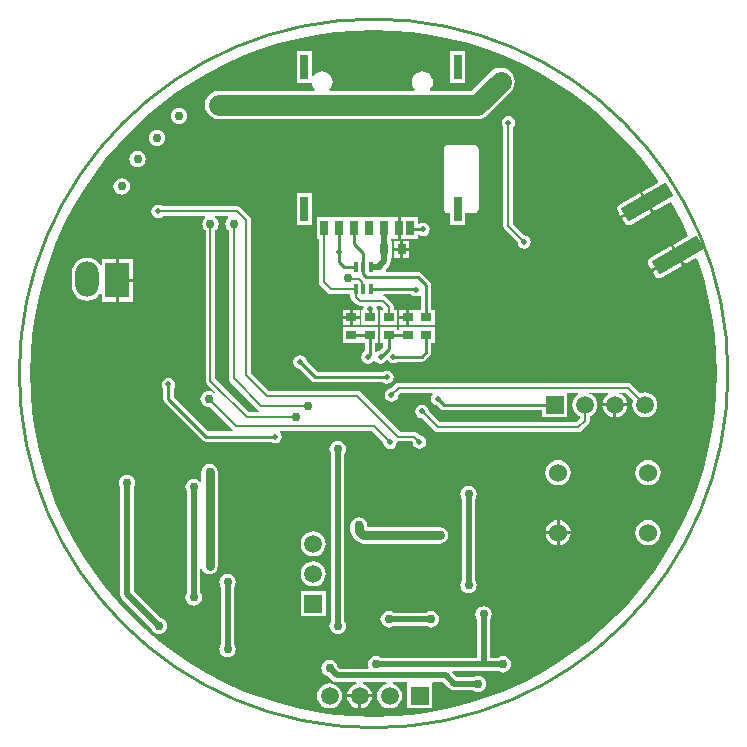
<source format=gbl>
%FSLAX25Y25*%
%MOIN*%
G70*
G01*
G75*
G04 Layer_Physical_Order=2*
G04 Layer_Color=16711680*
%ADD10C,0.02500*%
%ADD11R,0.11811X0.08661*%
%ADD12R,0.03347X0.02756*%
%ADD13R,0.02756X0.03347*%
%ADD14O,0.03543X0.01969*%
%ADD15O,0.03543X0.01969*%
%ADD16R,0.03543X0.01969*%
%ADD17R,0.01969X0.03150*%
%ADD18R,0.02362X0.03937*%
%ADD19O,0.02500X0.05500*%
%ADD20R,0.02500X0.05500*%
%ADD21R,0.03150X0.01969*%
%ADD22R,0.08661X0.11811*%
%ADD23O,0.05500X0.02500*%
%ADD24R,0.05500X0.02500*%
%ADD25R,0.02165X0.01181*%
%ADD26R,0.03150X0.01181*%
%ADD27R,0.01181X0.02165*%
%ADD28R,0.01181X0.03150*%
%ADD29R,0.03937X0.02362*%
%ADD30O,0.02362X0.07087*%
%ADD31O,0.07087X0.02362*%
%ADD32R,0.07000X0.03150*%
%ADD33R,0.07874X0.06000*%
%ADD34R,0.03937X0.03150*%
G04:AMPARAMS|DCode=35|XSize=35.43mil|YSize=157.48mil|CornerRadius=1.77mil|HoleSize=0mil|Usage=FLASHONLY|Rotation=300.000|XOffset=0mil|YOffset=0mil|HoleType=Round|Shape=RoundedRectangle|*
%AMROUNDEDRECTD35*
21,1,0.03543,0.15394,0,0,300.0*
21,1,0.03189,0.15748,0,0,300.0*
1,1,0.00354,-0.05868,-0.05229*
1,1,0.00354,-0.07463,-0.02468*
1,1,0.00354,0.05868,0.05229*
1,1,0.00354,0.07463,0.02468*
%
%ADD35ROUNDEDRECTD35*%
%ADD36C,0.02000*%
%ADD37C,0.07000*%
%ADD38C,0.00800*%
%ADD39C,0.01000*%
%ADD40C,0.04000*%
%ADD41C,0.05000*%
%ADD42C,0.03000*%
%ADD43R,0.07874X0.11811*%
%ADD44O,0.07874X0.11811*%
%ADD45R,0.05906X0.05906*%
%ADD46C,0.05906*%
%ADD47R,0.05906X0.05906*%
%ADD48C,0.06000*%
G04:AMPARAMS|DCode=49|XSize=51.18mil|YSize=173.23mil|CornerRadius=2.56mil|HoleSize=0mil|Usage=FLASHONLY|Rotation=300.000|XOffset=0mil|YOffset=0mil|HoleType=Round|Shape=RoundedRectangle|*
%AMROUNDEDRECTD49*
21,1,0.05118,0.16811,0,0,300.0*
21,1,0.04606,0.17323,0,0,300.0*
1,1,0.00512,-0.06128,-0.06197*
1,1,0.00512,-0.08431,-0.02208*
1,1,0.00512,0.06128,0.06197*
1,1,0.00512,0.08431,0.02208*
%
%ADD49ROUNDEDRECTD49*%
%ADD50C,0.03000*%
%ADD51C,0.02000*%
%ADD52C,0.05000*%
%ADD53R,0.01575X0.03347*%
%ADD54R,0.02756X0.08268*%
%ADD55R,0.02559X0.04843*%
G36*
X445416Y382757D02*
X451813Y382217D01*
X458169Y381320D01*
X464465Y380068D01*
X470680Y378464D01*
X476796Y376515D01*
X482793Y374226D01*
X488652Y371604D01*
X494355Y368658D01*
X499884Y365396D01*
X505221Y361830D01*
X510350Y357970D01*
X515254Y353829D01*
X519919Y349419D01*
X524329Y344755D01*
X528470Y339850D01*
X532330Y334721D01*
X533805Y332514D01*
X533692Y332027D01*
X528603Y329089D01*
X530496Y325809D01*
D01*
X532391Y322528D01*
X538022Y325780D01*
X539158Y323855D01*
X542104Y318152D01*
X543849Y314252D01*
X538839Y311359D01*
X540483Y308512D01*
X545142Y311202D01*
X545503Y310256D01*
X540983Y307646D01*
X542627Y304799D01*
X546357Y306952D01*
X546828Y306785D01*
X547015Y306296D01*
X548964Y300180D01*
X550568Y293965D01*
X551820Y287669D01*
X552717Y281313D01*
X553257Y274917D01*
X553437Y268500D01*
X553257Y262084D01*
X552717Y255687D01*
X551820Y249331D01*
X550568Y243035D01*
X548964Y236820D01*
X547015Y230704D01*
X544726Y224707D01*
X542104Y218848D01*
X539158Y213145D01*
X535896Y207616D01*
X532330Y202279D01*
X528470Y197150D01*
X524329Y192245D01*
X519919Y187581D01*
X515254Y183171D01*
X510350Y179030D01*
X505221Y175170D01*
X499884Y171604D01*
X494355Y168342D01*
X488652Y165396D01*
X482793Y162774D01*
X476796Y160485D01*
X470680Y158536D01*
X464465Y156932D01*
X458169Y155680D01*
X451813Y154783D01*
X445416Y154243D01*
X439000Y154063D01*
X432584Y154243D01*
X426187Y154783D01*
X419831Y155680D01*
X413535Y156932D01*
X407320Y158536D01*
X401204Y160485D01*
X395207Y162774D01*
X389348Y165396D01*
X383645Y168342D01*
X378116Y171604D01*
X372779Y175170D01*
X367650Y179030D01*
X362745Y183171D01*
X358081Y187581D01*
X353671Y192245D01*
X349530Y197150D01*
X345670Y202279D01*
X342104Y207616D01*
X338842Y213145D01*
X335896Y218848D01*
X333274Y224707D01*
X330985Y230704D01*
X329036Y236820D01*
X327432Y243035D01*
X326180Y249331D01*
X325283Y255687D01*
X324743Y262084D01*
X324563Y268500D01*
X324743Y274917D01*
X325283Y281313D01*
X326180Y287669D01*
X327432Y293965D01*
X329036Y300180D01*
X330985Y306296D01*
X333274Y312293D01*
X335896Y318152D01*
X338842Y323855D01*
X342104Y329384D01*
X345670Y334721D01*
X349530Y339850D01*
X353671Y344755D01*
X358081Y349419D01*
X362745Y353829D01*
X367650Y357970D01*
X372779Y361830D01*
X378116Y365396D01*
X383645Y368658D01*
X389348Y371604D01*
X395207Y374226D01*
X401204Y376515D01*
X407320Y378464D01*
X413535Y380068D01*
X419831Y381320D01*
X426187Y382217D01*
X432584Y382757D01*
X439000Y382937D01*
X445416Y382757D01*
D02*
G37*
%LPC*%
G36*
X501000Y219570D02*
Y215900D01*
X504670D01*
X504592Y216496D01*
X504169Y217518D01*
X503496Y218395D01*
X502618Y219069D01*
X501596Y219492D01*
X501000Y219570D01*
D02*
G37*
G36*
X500500Y239636D02*
X499404Y239492D01*
X498382Y239069D01*
X497505Y238396D01*
X496831Y237518D01*
X496408Y236496D01*
X496264Y235400D01*
X496408Y234304D01*
X496831Y233282D01*
X497505Y232404D01*
X498382Y231731D01*
X499404Y231308D01*
X500500Y231164D01*
X501596Y231308D01*
X502618Y231731D01*
X503496Y232404D01*
X504169Y233282D01*
X504592Y234304D01*
X504736Y235400D01*
X504592Y236496D01*
X504169Y237518D01*
X503496Y238396D01*
X502618Y239069D01*
X501596Y239492D01*
X500500Y239636D01*
D02*
G37*
G36*
X530500D02*
X529404Y239492D01*
X528382Y239069D01*
X527505Y238396D01*
X526831Y237518D01*
X526408Y236496D01*
X526264Y235400D01*
X526408Y234304D01*
X526831Y233282D01*
X527505Y232404D01*
X528382Y231731D01*
X529404Y231308D01*
X530500Y231164D01*
X531597Y231308D01*
X532618Y231731D01*
X533496Y232404D01*
X534169Y233282D01*
X534592Y234304D01*
X534736Y235400D01*
X534592Y236496D01*
X534169Y237518D01*
X533496Y238396D01*
X532618Y239069D01*
X531597Y239492D01*
X530500Y239636D01*
D02*
G37*
G36*
X504670Y214900D02*
X501000D01*
Y211230D01*
X501596Y211308D01*
X502618Y211731D01*
X503496Y212404D01*
X504169Y213282D01*
X504592Y214304D01*
X504670Y214900D01*
D02*
G37*
G36*
X434000Y220523D02*
X433295Y220430D01*
X432638Y220158D01*
X432074Y219726D01*
X431642Y219162D01*
X431369Y218505D01*
X431277Y217800D01*
X431290Y217700D01*
X431277Y217600D01*
Y215900D01*
X431369Y215195D01*
X431369Y215195D01*
X431369Y215195D01*
X431642Y214538D01*
X432074Y213974D01*
X433489Y212560D01*
X434053Y212127D01*
X434709Y211855D01*
X435414Y211763D01*
X461114D01*
X461819Y211855D01*
X462476Y212127D01*
X463040Y212560D01*
X463473Y213124D01*
X463745Y213781D01*
X463837Y214486D01*
X463745Y215191D01*
X463473Y215847D01*
X463040Y216411D01*
X462476Y216844D01*
X461819Y217116D01*
X461114Y217209D01*
X436723D01*
Y217600D01*
X436710Y217700D01*
X436723Y217800D01*
X436630Y218505D01*
X436358Y219162D01*
X435926Y219726D01*
X435362Y220158D01*
X434705Y220430D01*
X434000Y220523D01*
D02*
G37*
G36*
X500000Y219570D02*
X499404Y219492D01*
X498382Y219069D01*
X497505Y218395D01*
X496831Y217518D01*
X496408Y216496D01*
X496330Y215900D01*
X500000D01*
Y219570D01*
D02*
G37*
G36*
X384300Y238323D02*
X383595Y238230D01*
X382938Y237958D01*
X382374Y237526D01*
X381942Y236962D01*
X381669Y236305D01*
X381577Y235600D01*
Y232455D01*
X381103Y232294D01*
X380926Y232526D01*
X380362Y232958D01*
X379705Y233230D01*
X379000Y233323D01*
X378295Y233230D01*
X377638Y232958D01*
X377074Y232526D01*
X376642Y231962D01*
X376370Y231305D01*
X376277Y230600D01*
X376370Y229895D01*
X376642Y229238D01*
X376757Y229088D01*
Y195312D01*
X376642Y195162D01*
X376370Y194505D01*
X376277Y193800D01*
X376370Y193095D01*
X376642Y192438D01*
X377074Y191874D01*
X377638Y191442D01*
X378295Y191170D01*
X379000Y191077D01*
X379705Y191170D01*
X380362Y191442D01*
X380926Y191874D01*
X381358Y192438D01*
X381630Y193095D01*
X381723Y193800D01*
X381630Y194505D01*
X381358Y195162D01*
X381243Y195312D01*
Y203243D01*
X381733Y203341D01*
X381942Y202838D01*
X382374Y202274D01*
X382938Y201842D01*
X383595Y201570D01*
X384300Y201477D01*
X385005Y201570D01*
X385662Y201842D01*
X386226Y202274D01*
X386658Y202838D01*
X386930Y203495D01*
X387023Y204200D01*
Y235600D01*
X386930Y236305D01*
X386658Y236962D01*
X386226Y237526D01*
X385662Y237958D01*
X385005Y238230D01*
X384300Y238323D01*
D02*
G37*
G36*
X367200Y324743D02*
X366342Y324572D01*
X365614Y324086D01*
X365128Y323358D01*
X364957Y322500D01*
X365128Y321642D01*
X365614Y320914D01*
X366342Y320428D01*
X367200Y320257D01*
X368058Y320428D01*
X368718Y320869D01*
X382734D01*
X382895Y320395D01*
X382674Y320226D01*
X382242Y319662D01*
X381969Y319005D01*
X381877Y318300D01*
X381969Y317595D01*
X382242Y316938D01*
X382674Y316374D01*
X382969Y316148D01*
Y266100D01*
X382969Y266100D01*
X382969D01*
X383093Y265476D01*
X383447Y264947D01*
X385980Y262413D01*
X385651Y262037D01*
X385362Y262258D01*
X384705Y262530D01*
X384000Y262623D01*
X383295Y262530D01*
X382638Y262258D01*
X382074Y261826D01*
X381642Y261262D01*
X381369Y260605D01*
X381277Y259900D01*
X381369Y259195D01*
X381642Y258538D01*
X382074Y257974D01*
X382638Y257542D01*
X383295Y257270D01*
X384000Y257177D01*
X384368Y257225D01*
X391947Y249646D01*
X391998Y249612D01*
X391853Y249133D01*
X383918D01*
X372353Y260698D01*
Y263454D01*
X372692Y263961D01*
X372863Y264820D01*
X372692Y265678D01*
X372206Y266406D01*
X371478Y266892D01*
X370620Y267063D01*
X369761Y266892D01*
X369034Y266406D01*
X368547Y265678D01*
X368377Y264820D01*
X368547Y263961D01*
X368886Y263454D01*
Y259980D01*
X369018Y259317D01*
X369394Y258755D01*
X369394Y258755D01*
X369394Y258755D01*
Y258755D01*
X381974Y246174D01*
X381974Y246174D01*
X382350Y245923D01*
X382537Y245799D01*
X383200Y245667D01*
X383200Y245667D01*
X404834D01*
X405342Y245328D01*
X406200Y245157D01*
X407058Y245328D01*
X407786Y245814D01*
X408272Y246542D01*
X408443Y247400D01*
X408272Y248258D01*
X407786Y248986D01*
X407841Y249169D01*
X438524D01*
X442273Y245420D01*
X442428Y244642D01*
X442914Y243914D01*
X443642Y243428D01*
X444500Y243257D01*
X445358Y243428D01*
X446086Y243914D01*
X446572Y244642D01*
X446743Y245500D01*
X447064Y245821D01*
X447168Y245800D01*
X451738D01*
X452040Y245498D01*
X452195Y244720D01*
X452681Y243992D01*
X453408Y243506D01*
X454267Y243335D01*
X455125Y243506D01*
X455853Y243992D01*
X456339Y244720D01*
X456510Y245578D01*
X456339Y246436D01*
X455853Y247164D01*
X455125Y247650D01*
X454347Y247805D01*
X453567Y248585D01*
X453038Y248939D01*
X452413Y249063D01*
X447844D01*
X434654Y262253D01*
X434124Y262607D01*
X433500Y262731D01*
X404176D01*
X398131Y268776D01*
Y319600D01*
X398007Y320224D01*
X397654Y320754D01*
X394754Y323654D01*
X394224Y324007D01*
X393600Y324131D01*
X368718D01*
X368058Y324572D01*
X367200Y324743D01*
D02*
G37*
G36*
X414500Y274543D02*
X413642Y274372D01*
X412914Y273886D01*
X412428Y273158D01*
X412257Y272300D01*
X412428Y271442D01*
X412914Y270714D01*
X413642Y270228D01*
X414240Y270109D01*
X418374Y265974D01*
X418374Y265974D01*
X418374D01*
X418374Y265974D01*
X418374D01*
X418374Y265974D01*
Y265974D01*
Y265974D01*
D01*
D01*
X418374D01*
Y265974D01*
X418937Y265599D01*
X419600Y265467D01*
X442034D01*
X442542Y265128D01*
X443400Y264957D01*
X444258Y265128D01*
X444986Y265614D01*
X445472Y266342D01*
X445643Y267200D01*
X445472Y268058D01*
X444986Y268786D01*
X444258Y269272D01*
X443400Y269443D01*
X442542Y269272D01*
X442034Y268933D01*
X420318D01*
X416691Y272560D01*
X416572Y273158D01*
X416086Y273886D01*
X415358Y274372D01*
X414500Y274543D01*
D02*
G37*
G36*
X453173Y283878D02*
Y283878D01*
X447427D01*
Y283028D01*
X446873D01*
Y283872D01*
X441127D01*
Y278716D01*
X442267D01*
Y277318D01*
X441040Y276091D01*
X440442Y275972D01*
X439924Y275627D01*
X439483Y275862D01*
Y278716D01*
X440623D01*
Y283872D01*
X434877D01*
Y283028D01*
X434373D01*
Y283872D01*
X428627D01*
Y278716D01*
X434373D01*
Y279561D01*
X434877D01*
Y278716D01*
X436017D01*
Y275822D01*
X435514Y275486D01*
X435028Y274758D01*
X434857Y273900D01*
X435028Y273042D01*
X435514Y272314D01*
X436242Y271828D01*
X437100Y271657D01*
X437958Y271828D01*
X438686Y272314D01*
X438950Y272709D01*
X439450D01*
X439714Y272314D01*
X440442Y271828D01*
X441300Y271657D01*
X442158Y271828D01*
X442886Y272314D01*
X443271Y272890D01*
X443771D01*
X444019Y272519D01*
X444747Y272033D01*
X445605Y271862D01*
X446464Y272033D01*
X446971Y272372D01*
X455005D01*
X455669Y272504D01*
X456231Y272880D01*
X456231Y272880D01*
X456231Y272880D01*
X457726Y274374D01*
X457726Y274374D01*
X457726Y274374D01*
X458101Y274937D01*
X458233Y275600D01*
Y278716D01*
X459373D01*
Y283872D01*
X453627D01*
Y283872D01*
X453179D01*
X453173Y283878D01*
D02*
G37*
G36*
X523700Y265331D02*
X447300D01*
X446676Y265207D01*
X446146Y264854D01*
X444820Y263527D01*
X444042Y263372D01*
X443314Y262886D01*
X442828Y262158D01*
X442657Y261300D01*
X442828Y260442D01*
X443314Y259714D01*
X444042Y259228D01*
X444900Y259057D01*
X445758Y259228D01*
X446486Y259714D01*
X446972Y260442D01*
X447127Y261220D01*
X447976Y262069D01*
X458575D01*
X458720Y261590D01*
X458714Y261586D01*
X458228Y260858D01*
X458057Y260000D01*
X458228Y259142D01*
X458714Y258414D01*
X459442Y257928D01*
X460040Y257809D01*
X461074Y256774D01*
X461637Y256399D01*
X462300Y256267D01*
X495247D01*
Y253847D01*
X503553D01*
Y262069D01*
X507103D01*
X507264Y261595D01*
X506438Y260962D01*
X505773Y260094D01*
X505354Y259084D01*
X505211Y258000D01*
X505354Y256916D01*
X505773Y255906D01*
X506438Y255038D01*
X507306Y254373D01*
X507769Y254181D01*
Y253376D01*
X506524Y252131D01*
X461076D01*
X457327Y255880D01*
X457172Y256658D01*
X456686Y257386D01*
X455958Y257872D01*
X455100Y258043D01*
X454242Y257872D01*
X453514Y257386D01*
X453028Y256658D01*
X452857Y255800D01*
X453028Y254942D01*
X453514Y254214D01*
X454242Y253728D01*
X455020Y253573D01*
X459246Y249346D01*
X459246D01*
X459246Y249346D01*
X459246Y249346D01*
Y249346D01*
X459776Y248993D01*
X460400Y248869D01*
X507200D01*
X507824Y248993D01*
X508354Y249346D01*
X510554Y251547D01*
X510907Y252076D01*
X511031Y252700D01*
Y254181D01*
X511494Y254373D01*
X512362Y255038D01*
X513027Y255906D01*
X513446Y256916D01*
X513589Y258000D01*
X513446Y259084D01*
X513027Y260094D01*
X512362Y260962D01*
X511494Y261627D01*
X510484Y262046D01*
Y262046D01*
X510486Y262069D01*
X517103D01*
X517264Y261595D01*
X516438Y260962D01*
X515773Y260094D01*
X515354Y259084D01*
X515277Y258500D01*
X523523D01*
X523446Y259084D01*
X523027Y260094D01*
X522362Y260962D01*
X521494Y261627D01*
X520484Y262046D01*
Y262046D01*
X520486Y262069D01*
X523024D01*
X525546Y259547D01*
X525354Y259084D01*
X525211Y258000D01*
X525354Y256916D01*
X525773Y255906D01*
X526438Y255038D01*
X527306Y254373D01*
X528316Y253954D01*
X529400Y253811D01*
X530484Y253954D01*
X531494Y254373D01*
X532362Y255038D01*
X533027Y255906D01*
X533446Y256916D01*
X533589Y258000D01*
X533446Y259084D01*
X533027Y260094D01*
X532362Y260962D01*
X531494Y261627D01*
X530484Y262046D01*
X529400Y262189D01*
X528316Y262046D01*
X527853Y261854D01*
X524854Y264854D01*
X524324Y265207D01*
X523700Y265331D01*
D02*
G37*
G36*
X518900Y257500D02*
X515277D01*
X515354Y256916D01*
X515773Y255906D01*
X516438Y255038D01*
X517306Y254373D01*
X518316Y253954D01*
X518900Y253877D01*
Y257500D01*
D02*
G37*
G36*
X523523D02*
X519900D01*
Y253877D01*
X520484Y253954D01*
X521494Y254373D01*
X522362Y255038D01*
X523027Y255906D01*
X523446Y256916D01*
X523523Y257500D01*
D02*
G37*
G36*
X500000Y214900D02*
X496330D01*
X496408Y214304D01*
X496831Y213282D01*
X497505Y212404D01*
X498382Y211731D01*
X499404Y211308D01*
X500000Y211230D01*
Y214900D01*
D02*
G37*
G36*
X475645Y190878D02*
X474940Y190786D01*
X474283Y190514D01*
X473719Y190081D01*
X473286Y189517D01*
X473014Y188860D01*
X472922Y188155D01*
X473014Y187450D01*
X473286Y186793D01*
X473402Y186643D01*
Y173749D01*
X441418D01*
X441267Y173864D01*
X440610Y174136D01*
X439906Y174229D01*
X439201Y174136D01*
X438544Y173864D01*
X437980Y173431D01*
X437547Y172867D01*
X437275Y172210D01*
X437182Y171505D01*
X437275Y170801D01*
X437417Y170459D01*
X437139Y170043D01*
X427629D01*
X426955Y170717D01*
X426931Y170905D01*
X426658Y171562D01*
X426226Y172126D01*
X425662Y172558D01*
X425005Y172830D01*
X424300Y172923D01*
X423595Y172830D01*
X422938Y172558D01*
X422374Y172126D01*
X421942Y171562D01*
X421669Y170905D01*
X421577Y170200D01*
X421669Y169495D01*
X421942Y168838D01*
X422374Y168274D01*
X422938Y167842D01*
X423595Y167569D01*
X423783Y167545D01*
X425114Y166214D01*
X425842Y165728D01*
X426700Y165557D01*
X433275D01*
X433308Y165058D01*
X433216Y165046D01*
X432206Y164627D01*
X431338Y163962D01*
X430673Y163094D01*
X430254Y162084D01*
X430177Y161500D01*
X438423D01*
X438346Y162084D01*
X437927Y163094D01*
X437262Y163962D01*
X436394Y164627D01*
X435384Y165046D01*
X435292Y165058D01*
X435325Y165557D01*
X443275D01*
X443308Y165058D01*
X443216Y165046D01*
X442206Y164627D01*
X441338Y163962D01*
X440673Y163094D01*
X440254Y162084D01*
X440111Y161000D01*
X440254Y159916D01*
X440673Y158906D01*
X441338Y158038D01*
X442206Y157373D01*
X443216Y156954D01*
X444300Y156811D01*
X445384Y156954D01*
X446394Y157373D01*
X447262Y158038D01*
X447927Y158906D01*
X448346Y159916D01*
X448489Y161000D01*
X448346Y162084D01*
X447927Y163094D01*
X447262Y163962D01*
X446394Y164627D01*
X445384Y165046D01*
X445292Y165058D01*
X445325Y165557D01*
X450147D01*
Y165153D01*
X450147D01*
Y156847D01*
X458453D01*
Y165153D01*
X458453D01*
Y165203D01*
X458806Y165557D01*
X462171D01*
X464267Y163461D01*
X464267Y163461D01*
X464267D01*
X464267Y163461D01*
X464267D01*
X464267Y163461D01*
Y163461D01*
Y163461D01*
D01*
D01*
X464267D01*
Y163461D01*
X464994Y162975D01*
X465853Y162804D01*
X472241D01*
X472391Y162689D01*
X473048Y162417D01*
X473753Y162324D01*
X474458Y162417D01*
X475114Y162689D01*
X475678Y163122D01*
X476111Y163686D01*
X476383Y164342D01*
X476476Y165047D01*
X476383Y165752D01*
X476111Y166409D01*
X475678Y166973D01*
X475114Y167406D01*
X474458Y167678D01*
X473753Y167771D01*
X473048Y167678D01*
X472391Y167406D01*
X472241Y167290D01*
X466782D01*
X465272Y168800D01*
X465463Y169262D01*
X480583D01*
X480733Y169147D01*
X481390Y168875D01*
X482094Y168782D01*
X482799Y168875D01*
X483456Y169147D01*
X484020Y169580D01*
X484453Y170144D01*
X484725Y170801D01*
X484818Y171505D01*
X484725Y172210D01*
X484453Y172867D01*
X484020Y173431D01*
X483456Y173864D01*
X482799Y174136D01*
X482094Y174229D01*
X481390Y174136D01*
X480733Y173864D01*
X480583Y173749D01*
X477888D01*
Y186643D01*
X478003Y186793D01*
X478275Y187450D01*
X478368Y188155D01*
X478275Y188860D01*
X478003Y189517D01*
X477570Y190081D01*
X477006Y190514D01*
X476350Y190786D01*
X475645Y190878D01*
D02*
G37*
G36*
X390300Y201623D02*
X389595Y201531D01*
X388938Y201258D01*
X388374Y200826D01*
X387942Y200262D01*
X387669Y199605D01*
X387577Y198900D01*
X387669Y198195D01*
X387942Y197538D01*
X388057Y197388D01*
Y178112D01*
X387942Y177962D01*
X387669Y177305D01*
X387577Y176600D01*
X387669Y175895D01*
X387942Y175238D01*
X388374Y174674D01*
X388938Y174242D01*
X389595Y173969D01*
X390300Y173877D01*
X391005Y173969D01*
X391662Y174242D01*
X392226Y174674D01*
X392658Y175238D01*
X392931Y175895D01*
X393023Y176600D01*
X392931Y177305D01*
X392658Y177962D01*
X392543Y178112D01*
Y197388D01*
X392658Y197538D01*
X392931Y198195D01*
X393023Y198900D01*
X392931Y199605D01*
X392658Y200262D01*
X392226Y200826D01*
X391662Y201258D01*
X391005Y201531D01*
X390300Y201623D01*
D02*
G37*
G36*
X356857Y234766D02*
X356153Y234673D01*
X355496Y234401D01*
X354932Y233968D01*
X354499Y233404D01*
X354227Y232747D01*
X354134Y232043D01*
X354227Y231338D01*
X354499Y230681D01*
X354614Y230531D01*
Y194942D01*
X354785Y194084D01*
X355271Y193356D01*
X355271Y193356D01*
X355271Y193356D01*
X364845Y183783D01*
X364869Y183595D01*
X365142Y182938D01*
X365574Y182374D01*
X366138Y181942D01*
X366795Y181669D01*
X367500Y181577D01*
X368205Y181669D01*
X368862Y181942D01*
X369426Y182374D01*
X369858Y182938D01*
X370130Y183595D01*
X370223Y184300D01*
X370130Y185005D01*
X369858Y185662D01*
X369426Y186226D01*
X368862Y186658D01*
X368205Y186931D01*
X368017Y186955D01*
X359101Y195872D01*
Y230531D01*
X359216Y230681D01*
X359488Y231338D01*
X359581Y232043D01*
X359488Y232747D01*
X359216Y233404D01*
X358783Y233968D01*
X358219Y234401D01*
X357562Y234673D01*
X356857Y234766D01*
D02*
G37*
G36*
X424300Y165189D02*
X423216Y165046D01*
X422206Y164627D01*
X421338Y163962D01*
X420673Y163094D01*
X420254Y162084D01*
X420111Y161000D01*
X420254Y159916D01*
X420673Y158906D01*
X421338Y158038D01*
X422206Y157373D01*
X423216Y156954D01*
X424300Y156811D01*
X425384Y156954D01*
X426394Y157373D01*
X427262Y158038D01*
X427927Y158906D01*
X428346Y159916D01*
X428489Y161000D01*
X428346Y162084D01*
X427927Y163094D01*
X427262Y163962D01*
X426394Y164627D01*
X425384Y165046D01*
X424300Y165189D01*
D02*
G37*
G36*
X433800Y160500D02*
X430177D01*
X430254Y159916D01*
X430673Y158906D01*
X431338Y158038D01*
X432206Y157373D01*
X433216Y156954D01*
X433800Y156877D01*
Y160500D01*
D02*
G37*
G36*
X438423D02*
X434800D01*
Y156877D01*
X435384Y156954D01*
X436394Y157373D01*
X437262Y158038D01*
X437927Y158906D01*
X438346Y159916D01*
X438423Y160500D01*
D02*
G37*
G36*
X427000Y246023D02*
X426295Y245931D01*
X425638Y245658D01*
X425074Y245226D01*
X424642Y244662D01*
X424369Y244005D01*
X424277Y243300D01*
X424369Y242595D01*
X424642Y241938D01*
X424757Y241788D01*
Y185812D01*
X424642Y185662D01*
X424369Y185005D01*
X424277Y184300D01*
X424369Y183595D01*
X424642Y182938D01*
X425074Y182374D01*
X425638Y181942D01*
X426295Y181669D01*
X427000Y181577D01*
X427705Y181669D01*
X428362Y181942D01*
X428926Y182374D01*
X429358Y182938D01*
X429631Y183595D01*
X429723Y184300D01*
X429631Y185005D01*
X429358Y185662D01*
X429243Y185812D01*
Y241788D01*
X429358Y241938D01*
X429631Y242595D01*
X429723Y243300D01*
X429631Y244005D01*
X429358Y244662D01*
X428926Y245226D01*
X428362Y245658D01*
X427705Y245931D01*
X427000Y246023D01*
D02*
G37*
G36*
X418900Y205889D02*
X417816Y205746D01*
X416806Y205327D01*
X415938Y204662D01*
X415273Y203794D01*
X414854Y202784D01*
X414711Y201700D01*
X414854Y200616D01*
X415273Y199606D01*
X415938Y198738D01*
X416806Y198073D01*
X417816Y197654D01*
X418900Y197511D01*
X419984Y197654D01*
X420994Y198073D01*
X421862Y198738D01*
X422527Y199606D01*
X422946Y200616D01*
X423089Y201700D01*
X422946Y202784D01*
X422527Y203794D01*
X421862Y204662D01*
X420994Y205327D01*
X419984Y205746D01*
X418900Y205889D01*
D02*
G37*
G36*
Y215889D02*
X417816Y215746D01*
X416806Y215327D01*
X415938Y214662D01*
X415273Y213794D01*
X414854Y212784D01*
X414711Y211700D01*
X414854Y210616D01*
X415273Y209606D01*
X415938Y208738D01*
X416806Y208073D01*
X417816Y207654D01*
X418900Y207511D01*
X419984Y207654D01*
X420994Y208073D01*
X421862Y208738D01*
X422527Y209606D01*
X422946Y210616D01*
X423089Y211700D01*
X422946Y212784D01*
X422527Y213794D01*
X421862Y214662D01*
X420994Y215327D01*
X419984Y215746D01*
X418900Y215889D01*
D02*
G37*
G36*
X530500Y219636D02*
X529404Y219492D01*
X528382Y219069D01*
X527505Y218395D01*
X526831Y217518D01*
X526408Y216496D01*
X526264Y215400D01*
X526408Y214304D01*
X526831Y213282D01*
X527505Y212404D01*
X528382Y211731D01*
X529404Y211308D01*
X530500Y211164D01*
X531597Y211308D01*
X532618Y211731D01*
X533496Y212404D01*
X534169Y213282D01*
X534592Y214304D01*
X534736Y215400D01*
X534592Y216496D01*
X534169Y217518D01*
X533496Y218395D01*
X532618Y219069D01*
X531597Y219492D01*
X530500Y219636D01*
D02*
G37*
G36*
X423053Y195853D02*
X414747D01*
Y187547D01*
X423053D01*
Y195853D01*
D02*
G37*
G36*
X458000Y189223D02*
X457295Y189130D01*
X456638Y188858D01*
X456488Y188743D01*
X445512D01*
X445362Y188858D01*
X444705Y189130D01*
X444000Y189223D01*
X443295Y189130D01*
X442638Y188858D01*
X442074Y188426D01*
X441642Y187862D01*
X441369Y187205D01*
X441277Y186500D01*
X441369Y185795D01*
X441642Y185138D01*
X442074Y184574D01*
X442638Y184142D01*
X443295Y183870D01*
X444000Y183777D01*
X444705Y183870D01*
X445362Y184142D01*
X445512Y184257D01*
X456488D01*
X456638Y184142D01*
X457295Y183870D01*
X458000Y183777D01*
X458705Y183870D01*
X459362Y184142D01*
X459926Y184574D01*
X460358Y185138D01*
X460631Y185795D01*
X460723Y186500D01*
X460631Y187205D01*
X460358Y187862D01*
X459926Y188426D01*
X459362Y188858D01*
X458705Y189130D01*
X458000Y189223D01*
D02*
G37*
G36*
X470645Y230978D02*
X469940Y230886D01*
X469283Y230614D01*
X468719Y230181D01*
X468286Y229617D01*
X468014Y228960D01*
X467921Y228255D01*
X468014Y227550D01*
X468286Y226893D01*
X468402Y226743D01*
Y199557D01*
X468286Y199407D01*
X468014Y198750D01*
X467921Y198045D01*
X468014Y197340D01*
X468286Y196683D01*
X468719Y196119D01*
X469283Y195686D01*
X469940Y195414D01*
X470645Y195322D01*
X471350Y195414D01*
X472007Y195686D01*
X472571Y196119D01*
X473003Y196683D01*
X473275Y197340D01*
X473368Y198045D01*
X473275Y198750D01*
X473003Y199407D01*
X472888Y199557D01*
Y226743D01*
X473003Y226893D01*
X473275Y227550D01*
X473368Y228255D01*
X473275Y228960D01*
X473003Y229617D01*
X472571Y230181D01*
X472007Y230614D01*
X471350Y230886D01*
X470645Y230978D01*
D02*
G37*
G36*
X418463Y328692D02*
X413307D01*
Y318024D01*
X418463D01*
Y328692D01*
D02*
G37*
G36*
X463800Y344778D02*
X463234Y344666D01*
X462755Y344345D01*
X462434Y343866D01*
X462322Y343300D01*
Y323400D01*
X462434Y322834D01*
X462755Y322355D01*
X463234Y322034D01*
X463800Y321922D01*
X464449D01*
Y318024D01*
X469605D01*
Y321922D01*
X472500D01*
X473066Y322034D01*
X473545Y322355D01*
X473866Y322834D01*
X473978Y323400D01*
X473978Y323400D01*
X473978Y323400D01*
Y323400D01*
Y343200D01*
X473866Y343766D01*
X473545Y344245D01*
X473066Y344566D01*
X472500Y344678D01*
X464303D01*
X463800Y344778D01*
D02*
G37*
G36*
X429939Y320621D02*
Y320621D01*
X424980D01*
D01*
D01*
X424980Y320621D01*
X424939D01*
Y320621D01*
X419980D01*
Y313379D01*
X420828D01*
Y298940D01*
X420828Y298940D01*
X420828D01*
X420953Y298316D01*
X421306Y297787D01*
X423688Y295405D01*
X424217Y295051D01*
X424842Y294927D01*
X431053D01*
Y293685D01*
X431476D01*
X431534Y293394D01*
X431887Y292865D01*
X433206Y291547D01*
X433735Y291193D01*
X434359Y291069D01*
X435508D01*
X435728Y290658D01*
X435557Y289800D01*
X435539Y289778D01*
X434877D01*
Y284622D01*
X440623D01*
Y289778D01*
X440061D01*
X440043Y289800D01*
X439872Y290658D01*
X440092Y291069D01*
X441324D01*
X442153Y290240D01*
X441962Y289778D01*
X441127D01*
Y284622D01*
X446873D01*
Y289778D01*
X445631D01*
Y290700D01*
X445507Y291324D01*
X445154Y291853D01*
X443153Y293853D01*
X442624Y294207D01*
X442000Y294331D01*
Y294471D01*
X442354Y294825D01*
X451406D01*
X451414Y294814D01*
X452142Y294328D01*
X453000Y294157D01*
X453858Y294328D01*
X454326Y294640D01*
X454767Y294404D01*
Y289778D01*
X453627D01*
Y289778D01*
X453179D01*
X453173Y289784D01*
Y289784D01*
X450800D01*
Y287205D01*
Y284628D01*
X453173D01*
Y284628D01*
X453621D01*
X453627Y284622D01*
Y284622D01*
X459373D01*
Y289778D01*
X458233D01*
Y297800D01*
X458101Y298463D01*
X457726Y299026D01*
X454926Y301826D01*
X454363Y302201D01*
X453700Y302333D01*
X443296D01*
X443060Y302774D01*
X443172Y302942D01*
X443311Y303639D01*
X444046Y304374D01*
X444532Y305101D01*
X444703Y305960D01*
Y307027D01*
X444972D01*
Y312773D01*
X444703D01*
Y313379D01*
X444939Y313379D01*
Y313379D01*
X444980D01*
X445293Y313379D01*
X445293Y313379D01*
Y313379D01*
X446960D01*
Y316999D01*
Y320621D01*
X445293D01*
X445293Y320621D01*
Y320621D01*
X444980Y320621D01*
X444960D01*
X444939D01*
X444627Y320621D01*
X444627Y320621D01*
Y320621D01*
X440293D01*
X440293Y320621D01*
Y320621D01*
X439980Y320621D01*
X439960D01*
X439939D01*
X439627Y320621D01*
X439627Y320621D01*
Y320621D01*
X435293D01*
X435293Y320621D01*
Y320621D01*
X434980Y320621D01*
X434960D01*
X434939D01*
X434627Y320621D01*
X434627Y320621D01*
Y320621D01*
X429980D01*
D01*
D01*
X429980Y320621D01*
X429939D01*
D02*
G37*
G36*
X529881Y324875D02*
X521749Y320181D01*
X522650Y318619D01*
X523032Y318183D01*
X523552Y317927D01*
X524130Y317889D01*
X524678Y318076D01*
X531525Y322028D01*
X529881Y324875D01*
D02*
G37*
G36*
X447800Y312773D02*
X445722D01*
Y310400D01*
X447800D01*
Y312773D01*
D02*
G37*
G36*
X450878D02*
X448800D01*
Y310400D01*
X450878D01*
Y312773D01*
D02*
G37*
G36*
X453680Y320621D02*
X447960D01*
Y316999D01*
Y313379D01*
X453680D01*
Y314767D01*
X454134D01*
X454642Y314428D01*
X455500Y314257D01*
X456358Y314428D01*
X457086Y314914D01*
X457572Y315642D01*
X457743Y316500D01*
X457572Y317358D01*
X457086Y318086D01*
X456358Y318572D01*
X455500Y318743D01*
X454642Y318572D01*
X454134Y318233D01*
X453680D01*
Y320621D01*
D02*
G37*
G36*
X374100Y357023D02*
X373395Y356930D01*
X372738Y356658D01*
X372174Y356226D01*
X371742Y355662D01*
X371469Y355005D01*
X371377Y354300D01*
X371469Y353595D01*
X371742Y352938D01*
X372174Y352374D01*
X372738Y351942D01*
X373395Y351670D01*
X374100Y351577D01*
X374805Y351670D01*
X375462Y351942D01*
X376026Y352374D01*
X376458Y352938D01*
X376730Y353595D01*
X376823Y354300D01*
X376730Y355005D01*
X376458Y355662D01*
X376026Y356226D01*
X375462Y356658D01*
X374805Y356930D01*
X374100Y357023D01*
D02*
G37*
G36*
X418463Y375936D02*
X413307D01*
Y365268D01*
X418343D01*
X418408Y364775D01*
X418758Y363930D01*
X419314Y363205D01*
X419157Y362741D01*
X387400D01*
X386173Y362579D01*
X385030Y362105D01*
X384048Y361352D01*
X383295Y360370D01*
X382821Y359227D01*
X382659Y358000D01*
X382821Y356773D01*
X383295Y355630D01*
X384048Y354648D01*
X385030Y353894D01*
X386173Y353421D01*
X387400Y353259D01*
X473600D01*
X474827Y353421D01*
X475970Y353894D01*
X476952Y354648D01*
X484652Y362348D01*
X485405Y363330D01*
X485879Y364473D01*
X486040Y365700D01*
X485879Y366927D01*
X485405Y368070D01*
X484652Y369052D01*
X483670Y369805D01*
X482527Y370279D01*
X481300Y370441D01*
X480073Y370279D01*
X478930Y369805D01*
X477948Y369052D01*
X471636Y362741D01*
X457889D01*
X457731Y363205D01*
X458288Y363930D01*
X458637Y364775D01*
X458757Y365681D01*
X458637Y366587D01*
X458288Y367432D01*
X457731Y368157D01*
X457006Y368714D01*
X456161Y369063D01*
X455255Y369183D01*
X454349Y369063D01*
X453504Y368714D01*
X452779Y368157D01*
X452223Y367432D01*
X451873Y366587D01*
X451754Y365681D01*
X451873Y364775D01*
X452223Y363930D01*
X452779Y363205D01*
X452621Y362741D01*
X424424D01*
X424267Y363205D01*
X424823Y363930D01*
X425173Y364775D01*
X425292Y365681D01*
X425173Y366587D01*
X424823Y367432D01*
X424267Y368157D01*
X423541Y368714D01*
X422697Y369063D01*
X421791Y369183D01*
X420884Y369063D01*
X420040Y368714D01*
X419314Y368157D01*
X418936Y367664D01*
X418463Y367825D01*
Y375936D01*
D02*
G37*
G36*
X469605D02*
X464449D01*
Y365268D01*
X469605D01*
Y375936D01*
D02*
G37*
G36*
X366700Y349723D02*
X365995Y349630D01*
X365338Y349358D01*
X364774Y348926D01*
X364342Y348362D01*
X364070Y347705D01*
X363977Y347000D01*
X364070Y346295D01*
X364342Y345638D01*
X364774Y345074D01*
X365338Y344642D01*
X365995Y344370D01*
X366700Y344277D01*
X367405Y344370D01*
X368062Y344642D01*
X368626Y345074D01*
X369058Y345638D01*
X369331Y346295D01*
X369423Y347000D01*
X369331Y347705D01*
X369058Y348362D01*
X368626Y348926D01*
X368062Y349358D01*
X367405Y349630D01*
X366700Y349723D01*
D02*
G37*
G36*
X527737Y328589D02*
X520891Y324636D01*
X520455Y324254D01*
X520199Y323735D01*
X520161Y323157D01*
X520347Y322608D01*
X521249Y321047D01*
X529381Y325742D01*
X527737Y328589D01*
D02*
G37*
G36*
X355000Y333523D02*
X354295Y333431D01*
X353638Y333158D01*
X353074Y332726D01*
X352642Y332162D01*
X352369Y331505D01*
X352277Y330800D01*
X352369Y330095D01*
X352642Y329438D01*
X353074Y328874D01*
X353638Y328442D01*
X354295Y328169D01*
X355000Y328077D01*
X355705Y328169D01*
X356362Y328442D01*
X356926Y328874D01*
X357358Y329438D01*
X357630Y330095D01*
X357723Y330800D01*
X357630Y331505D01*
X357358Y332162D01*
X356926Y332726D01*
X356362Y333158D01*
X355705Y333431D01*
X355000Y333523D01*
D02*
G37*
G36*
X360300Y342723D02*
X359595Y342631D01*
X358938Y342358D01*
X358374Y341926D01*
X357942Y341362D01*
X357669Y340705D01*
X357577Y340000D01*
X357669Y339295D01*
X357942Y338638D01*
X358374Y338074D01*
X358938Y337642D01*
X359595Y337369D01*
X360300Y337277D01*
X361005Y337369D01*
X361662Y337642D01*
X362226Y338074D01*
X362658Y338638D01*
X362930Y339295D01*
X363023Y340000D01*
X362930Y340705D01*
X362658Y341362D01*
X362226Y341926D01*
X361662Y342358D01*
X361005Y342631D01*
X360300Y342723D01*
D02*
G37*
G36*
X483900Y354343D02*
X483042Y354172D01*
X482314Y353686D01*
X481828Y352958D01*
X481657Y352100D01*
X481828Y351242D01*
X482269Y350582D01*
Y317600D01*
X482269Y317600D01*
X482269D01*
X482393Y316976D01*
X482747Y316446D01*
X486973Y312220D01*
X487128Y311442D01*
X487614Y310714D01*
X488342Y310228D01*
X489200Y310057D01*
X490058Y310228D01*
X490786Y310714D01*
X491272Y311442D01*
X491443Y312300D01*
X491272Y313158D01*
X490786Y313886D01*
X490058Y314372D01*
X489280Y314527D01*
X485531Y318276D01*
Y350582D01*
X485972Y351242D01*
X486143Y352100D01*
X485972Y352958D01*
X485486Y353686D01*
X484758Y354172D01*
X483900Y354343D01*
D02*
G37*
G36*
X431000Y289778D02*
X428627D01*
Y287700D01*
X431000D01*
Y289778D01*
D02*
G37*
G36*
X434373D02*
X432000D01*
Y287700D01*
X434373D01*
Y289778D01*
D02*
G37*
G36*
X449800Y289784D02*
X447427D01*
Y287705D01*
X449800D01*
Y289784D01*
D02*
G37*
G36*
X431000Y286700D02*
X428627D01*
Y284622D01*
X431000D01*
Y286700D01*
D02*
G37*
G36*
X434373D02*
X432000D01*
Y284622D01*
X434373D01*
Y286700D01*
D02*
G37*
G36*
X449800Y286705D02*
X447427D01*
Y284628D01*
X449800D01*
Y286705D01*
D02*
G37*
G36*
X343500Y307044D02*
X342159Y306867D01*
X340909Y306349D01*
X339836Y305526D01*
X339013Y304453D01*
X338495Y303203D01*
X338319Y301862D01*
Y297925D01*
X338495Y296584D01*
X339013Y295335D01*
X339836Y294261D01*
X340909Y293438D01*
X342159Y292920D01*
X343500Y292744D01*
X344841Y292920D01*
X346091Y293438D01*
X347164Y294261D01*
X347889Y295207D01*
X348363Y295046D01*
Y292394D01*
X353000D01*
Y299499D01*
Y306606D01*
X348363D01*
Y304741D01*
X347889Y304580D01*
X347164Y305526D01*
X346091Y306349D01*
X344841Y306867D01*
X343500Y307044D01*
D02*
G37*
G36*
X450878Y309400D02*
X448800D01*
Y307027D01*
X450878D01*
Y309400D01*
D02*
G37*
G36*
X537973Y310859D02*
X531127Y306906D01*
X530691Y306524D01*
X530435Y306005D01*
X530397Y305427D01*
X530583Y304878D01*
X531485Y303317D01*
X539617Y308012D01*
X537973Y310859D01*
D02*
G37*
G36*
X447800Y309400D02*
X445722D01*
Y307027D01*
X447800D01*
Y309400D01*
D02*
G37*
G36*
X358637Y299000D02*
X354000D01*
Y292394D01*
X358637D01*
Y299000D01*
D02*
G37*
G36*
Y306606D02*
X354000D01*
Y300000D01*
X358637D01*
Y306606D01*
D02*
G37*
G36*
X540117Y307146D02*
X531985Y302451D01*
X532887Y300889D01*
X533269Y300454D01*
X533788Y300198D01*
X534366Y300160D01*
X534914Y300346D01*
X541761Y304299D01*
X540117Y307146D01*
D02*
G37*
%LPD*%
G36*
X390595Y320395D02*
X390374Y320226D01*
X389942Y319662D01*
X389669Y319005D01*
X389577Y318300D01*
X389669Y317595D01*
X389942Y316938D01*
X390374Y316374D01*
X390669Y316148D01*
Y266800D01*
X390669Y266800D01*
X390669D01*
X390793Y266176D01*
X391146Y265647D01*
X400447Y256347D01*
X400447D01*
X400447Y256347D01*
X400447Y256346D01*
Y256347D01*
X400950Y256010D01*
X400805Y255531D01*
X397476D01*
X386231Y266776D01*
Y316148D01*
X386526Y316374D01*
X386958Y316938D01*
X387230Y317595D01*
X387323Y318300D01*
X387230Y319005D01*
X386958Y319662D01*
X386526Y320226D01*
X385962Y320658D01*
X386003Y320869D01*
X390435D01*
X390595Y320395D01*
D02*
G37*
D12*
X450300Y281300D02*
D03*
Y287206D02*
D03*
X431500Y281294D02*
D03*
Y287200D02*
D03*
X437750Y281294D02*
D03*
Y287200D02*
D03*
X444000Y281294D02*
D03*
Y287200D02*
D03*
X456500Y281294D02*
D03*
Y287200D02*
D03*
D13*
X448300Y309900D02*
D03*
X442394D02*
D03*
D36*
X442460Y305960D02*
Y317000D01*
X440342Y303842D02*
X442460Y305960D01*
X438387Y303842D02*
X440342D01*
X427000Y184300D02*
Y243300D01*
X424300Y170200D02*
X426700Y167800D01*
X463100D01*
X465853Y165047D01*
X473753D01*
X470645Y198045D02*
Y228255D01*
X439906Y171505D02*
X482094D01*
X475645Y171861D02*
Y188155D01*
X444000Y186500D02*
X458000D01*
X390300Y176600D02*
Y198900D01*
X356857Y194942D02*
X367500Y184300D01*
X356857Y194942D02*
Y232043D01*
X379000Y193800D02*
Y230600D01*
D37*
X473600Y358000D02*
X481300Y365700D01*
X387400Y358000D02*
X473600D01*
D38*
X430769Y300000D02*
X434040D01*
X430600Y300169D02*
Y300200D01*
Y300169D02*
X430769Y300000D01*
X434040D02*
X435228Y298811D01*
Y296930D02*
Y298811D01*
Y296930D02*
X435600Y296558D01*
X442000Y292700D02*
X444000Y290700D01*
X434359Y292700D02*
X442000D01*
X433041Y294018D02*
X434359Y292700D01*
X433500Y261100D02*
X447168Y247431D01*
X460400Y250500D02*
X507200D01*
X455100Y255800D02*
X460400Y250500D01*
X483900Y317600D02*
Y352100D01*
Y317600D02*
X489200Y312300D01*
X523700Y263700D02*
X529400Y258000D01*
X447300Y263700D02*
X523700D01*
X444900Y261300D02*
X447300Y263700D01*
X509400Y252700D02*
Y258000D01*
X507200Y250500D02*
X509400Y252700D01*
X452413Y247431D02*
X454267Y245578D01*
X450500Y247431D02*
X452413D01*
X450500D02*
X451068D01*
X447168D02*
X450500D01*
X433041Y294018D02*
Y296558D01*
X444000Y287200D02*
Y290700D01*
X424842Y296558D02*
X433041D01*
X422460Y298940D02*
X424842Y296558D01*
X422460Y298940D02*
Y317000D01*
X367200Y322500D02*
X393600D01*
X396500Y319600D01*
Y268100D02*
Y319600D01*
Y268100D02*
X403500Y261100D01*
X433500D01*
X384000Y259900D02*
X393100Y250800D01*
X405100D01*
X439200D01*
X402200D02*
X405100D01*
X439200D02*
X444500Y245500D01*
X392300Y266800D02*
Y318300D01*
Y266800D02*
X401600Y257500D01*
X417000D01*
X384600Y266100D02*
Y318300D01*
Y266100D02*
X396800Y253900D01*
X413000D01*
D39*
X437800Y287250D02*
Y289800D01*
X460300Y260000D02*
X462300Y258000D01*
X499400D01*
X419600Y267200D02*
X443400D01*
X414500Y272300D02*
X419600Y267200D01*
X437750Y287200D02*
X437800Y287250D01*
X427460Y308800D02*
Y317000D01*
Y305540D02*
Y308800D01*
X451200Y317000D02*
X451700Y316500D01*
X455500D01*
X456500Y287200D02*
Y297800D01*
X453700Y300600D02*
X456500Y297800D01*
X436600Y300600D02*
X453700D01*
X452842Y296558D02*
X452900Y296500D01*
X438159Y296558D02*
X452842D01*
X435600Y301600D02*
X436600Y300600D01*
X435600Y301600D02*
Y303842D01*
X456500Y275600D02*
Y281294D01*
X455005Y274105D02*
X456500Y275600D01*
X445605Y274105D02*
X455005D01*
X441300Y273900D02*
X444000Y276600D01*
Y281294D01*
X450294D02*
X450300Y281300D01*
X444000Y281294D02*
X450294D01*
X437100Y273900D02*
X437750Y274550D01*
Y281294D01*
X431500D02*
X437750D01*
X435600Y303842D02*
Y308500D01*
X432460Y311640D02*
X435600Y308500D01*
X432460Y311640D02*
Y317000D01*
X429158Y303842D02*
X433041D01*
X427460Y305540D02*
X429158Y303842D01*
X383200Y247400D02*
X406200D01*
X370620Y259980D02*
X383200Y247400D01*
X370620Y259980D02*
Y264820D01*
X557110Y268500D02*
G03*
X557110Y268500I-118110J0D01*
G01*
D42*
X434000Y215900D02*
Y217600D01*
Y215900D02*
X435414Y214486D01*
X461114D01*
X384300Y204200D02*
Y235600D01*
D43*
X353500Y299500D02*
D03*
D44*
X343500Y299894D02*
D03*
D45*
X418900Y191700D02*
D03*
D46*
Y201700D02*
D03*
Y211700D02*
D03*
X529400Y258000D02*
D03*
X519400D02*
D03*
X509400D02*
D03*
X424300Y161000D02*
D03*
X434300D02*
D03*
X444300D02*
D03*
D47*
X499400Y258000D02*
D03*
X454300Y161000D02*
D03*
D48*
X530500Y235400D02*
D03*
Y215400D02*
D03*
X500500Y235400D02*
D03*
Y215400D02*
D03*
D49*
X540300Y307829D02*
D03*
X530064Y325558D02*
D03*
D50*
X465800Y288000D02*
D03*
X473200Y375200D02*
D03*
X457800Y377900D02*
D03*
X450100Y378700D02*
D03*
X431300D02*
D03*
X422700Y377800D02*
D03*
X506900Y288900D02*
D03*
X507400Y298000D02*
D03*
X484900Y290600D02*
D03*
Y303600D02*
D03*
X463800Y222200D02*
D03*
X479400Y235200D02*
D03*
X463900Y235000D02*
D03*
X459800Y244100D02*
D03*
X477300Y225700D02*
D03*
X480400Y165800D02*
D03*
X489900Y170300D02*
D03*
X479600Y199800D02*
D03*
X488000Y212600D02*
D03*
X405600Y161900D02*
D03*
X397500Y164400D02*
D03*
X394600Y184600D02*
D03*
X380900Y190000D02*
D03*
X383200Y199000D02*
D03*
X411200Y201700D02*
D03*
X410800Y213500D02*
D03*
X397600Y215600D02*
D03*
X371800Y214300D02*
D03*
X389100Y221200D02*
D03*
X388900Y230300D02*
D03*
X389400Y242400D02*
D03*
X529400Y283700D02*
D03*
X504100Y279900D02*
D03*
X430600Y300200D02*
D03*
X408500Y358000D02*
D03*
X400900D02*
D03*
X355000Y330800D02*
D03*
X360300Y340000D02*
D03*
X366700Y347000D02*
D03*
X374100Y354300D02*
D03*
X379300Y341000D02*
D03*
X405600Y340100D02*
D03*
X457300Y327200D02*
D03*
X454100Y337900D02*
D03*
X443900Y328700D02*
D03*
X427600Y329500D02*
D03*
X364700Y278500D02*
D03*
X327800Y270900D02*
D03*
X330300Y279300D02*
D03*
X330200Y290800D02*
D03*
X421900Y230800D02*
D03*
X413100Y229500D02*
D03*
X405200Y229300D02*
D03*
X367500Y219000D02*
D03*
X365500Y210500D02*
D03*
X358900Y236600D02*
D03*
X365900Y247200D02*
D03*
X358800Y247800D02*
D03*
X331700Y240400D02*
D03*
X331200Y249800D02*
D03*
X328900Y258400D02*
D03*
X371700Y178100D02*
D03*
X365700Y194000D02*
D03*
X351400Y199400D02*
D03*
X348200Y206700D02*
D03*
X410800Y190300D02*
D03*
X415500Y176100D02*
D03*
X415100Y167100D02*
D03*
X444300Y202000D02*
D03*
X476700Y205900D02*
D03*
X458300Y203100D02*
D03*
X459200Y197800D02*
D03*
X459800Y191200D02*
D03*
X490500Y190400D02*
D03*
X504700Y203300D02*
D03*
X510300Y186200D02*
D03*
X498500Y183800D02*
D03*
X500000Y196000D02*
D03*
X495900Y206000D02*
D03*
X485300Y220200D02*
D03*
X486100Y200600D02*
D03*
X525400Y200900D02*
D03*
X513500Y198400D02*
D03*
X541600Y236600D02*
D03*
X546400Y256100D02*
D03*
X543800Y269300D02*
D03*
X538100Y244900D02*
D03*
X528400Y249300D02*
D03*
X509300Y246300D02*
D03*
X491600Y243200D02*
D03*
X421800Y284500D02*
D03*
X464900Y296500D02*
D03*
X464000Y307000D02*
D03*
X518300Y301100D02*
D03*
X518400Y282800D02*
D03*
X542600Y279300D02*
D03*
X541100Y291500D02*
D03*
X526900Y292100D02*
D03*
X489500Y271700D02*
D03*
X499000Y284600D02*
D03*
X513500Y291700D02*
D03*
X498500Y296400D02*
D03*
X481900Y279500D02*
D03*
X471200Y271500D02*
D03*
X410200Y266200D02*
D03*
X421700Y274000D02*
D03*
X378600Y283500D02*
D03*
X388200Y284300D02*
D03*
Y298700D02*
D03*
X387900Y310300D02*
D03*
X358500Y323200D02*
D03*
X359900Y314400D02*
D03*
X368800Y308600D02*
D03*
X370100Y299300D02*
D03*
X368100Y290800D02*
D03*
X358000Y285000D02*
D03*
X369000Y281300D02*
D03*
X378300Y291900D02*
D03*
X378200Y302200D02*
D03*
X377800Y308500D02*
D03*
X374300Y315900D02*
D03*
X406900Y284400D02*
D03*
X405100Y296800D02*
D03*
X404300Y307000D02*
D03*
X404400Y317600D02*
D03*
X519600Y315800D02*
D03*
X510900Y314000D02*
D03*
X506200Y318900D02*
D03*
X506100Y325900D02*
D03*
X490700Y320000D02*
D03*
Y327900D02*
D03*
X507700Y356500D02*
D03*
X509200Y350000D02*
D03*
X508400Y342700D02*
D03*
X503200Y338500D02*
D03*
X495900Y338600D02*
D03*
X489300Y338900D02*
D03*
X442000Y241100D02*
D03*
X438000Y245800D02*
D03*
X422500Y247300D02*
D03*
X384000Y259900D02*
D03*
X427000Y243300D02*
D03*
X384600Y318300D02*
D03*
X392300D02*
D03*
X413000Y253900D02*
D03*
X417000Y257500D02*
D03*
X427000Y184300D02*
D03*
X424300Y170200D02*
D03*
X473753Y165047D02*
D03*
X434000Y217800D02*
D03*
X461114Y214486D02*
D03*
X470645Y228255D02*
D03*
Y198045D02*
D03*
X475645Y188155D02*
D03*
X482094Y171505D02*
D03*
X439906D02*
D03*
X458000Y186500D02*
D03*
X444000D02*
D03*
X390300Y176600D02*
D03*
Y198900D02*
D03*
X367500Y184300D02*
D03*
X356857Y232043D02*
D03*
X384300Y204200D02*
D03*
Y235600D02*
D03*
X379000Y193800D02*
D03*
Y230600D02*
D03*
D51*
X437800Y289800D02*
D03*
X444900Y261300D02*
D03*
X455100Y255800D02*
D03*
X460300Y260000D02*
D03*
X454267Y245578D02*
D03*
X443400Y267200D02*
D03*
X414500Y272300D02*
D03*
X489200Y312300D02*
D03*
X483900Y352100D02*
D03*
X455500Y316500D02*
D03*
X453000Y296400D02*
D03*
X441100Y303800D02*
D03*
X445605Y274105D02*
D03*
X441300Y273900D02*
D03*
X437100D02*
D03*
X427460Y308800D02*
D03*
X367200Y322500D02*
D03*
X406200Y247400D02*
D03*
X370620Y264820D02*
D03*
X444500Y245500D02*
D03*
D52*
X481300Y365700D02*
D03*
X387400Y358000D02*
D03*
D53*
X438159Y303842D02*
D03*
Y296558D02*
D03*
X435600D02*
D03*
X433041Y303842D02*
D03*
X435600D02*
D03*
X433041Y296558D02*
D03*
D54*
X467027Y370602D02*
D03*
Y323358D02*
D03*
X415885Y370602D02*
D03*
Y323358D02*
D03*
D55*
X442460Y317000D02*
D03*
X437460D02*
D03*
X432460D02*
D03*
X427460D02*
D03*
X422460D02*
D03*
X447460D02*
D03*
X451200D02*
D03*
M02*

</source>
